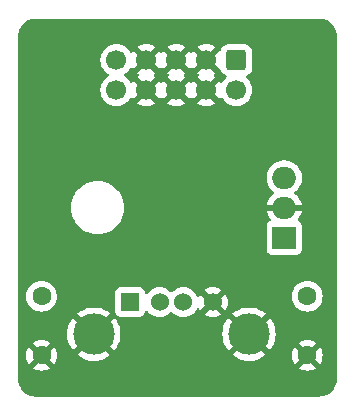
<source format=gbr>
%TF.GenerationSoftware,KiCad,Pcbnew,8.0.5*%
%TF.CreationDate,2024-12-20T11:39:28+13:00*%
%TF.ProjectId,eurorack_to_usb_7805,6575726f-7261-4636-9b5f-746f5f757362,rev?*%
%TF.SameCoordinates,Original*%
%TF.FileFunction,Copper,L2,Bot*%
%TF.FilePolarity,Positive*%
%FSLAX46Y46*%
G04 Gerber Fmt 4.6, Leading zero omitted, Abs format (unit mm)*
G04 Created by KiCad (PCBNEW 8.0.5) date 2024-12-20 11:39:28*
%MOMM*%
%LPD*%
G01*
G04 APERTURE LIST*
G04 Aperture macros list*
%AMRoundRect*
0 Rectangle with rounded corners*
0 $1 Rounding radius*
0 $2 $3 $4 $5 $6 $7 $8 $9 X,Y pos of 4 corners*
0 Add a 4 corners polygon primitive as box body*
4,1,4,$2,$3,$4,$5,$6,$7,$8,$9,$2,$3,0*
0 Add four circle primitives for the rounded corners*
1,1,$1+$1,$2,$3*
1,1,$1+$1,$4,$5*
1,1,$1+$1,$6,$7*
1,1,$1+$1,$8,$9*
0 Add four rect primitives between the rounded corners*
20,1,$1+$1,$2,$3,$4,$5,0*
20,1,$1+$1,$4,$5,$6,$7,0*
20,1,$1+$1,$6,$7,$8,$9,0*
20,1,$1+$1,$8,$9,$2,$3,0*%
G04 Aperture macros list end*
%TA.AperFunction,ComponentPad*%
%ADD10R,1.524000X1.524000*%
%TD*%
%TA.AperFunction,ComponentPad*%
%ADD11C,1.524000*%
%TD*%
%TA.AperFunction,ComponentPad*%
%ADD12C,3.500000*%
%TD*%
%TA.AperFunction,ComponentPad*%
%ADD13C,1.600000*%
%TD*%
%TA.AperFunction,ComponentPad*%
%ADD14RoundRect,0.250000X-0.600000X0.600000X-0.600000X-0.600000X0.600000X-0.600000X0.600000X0.600000X0*%
%TD*%
%TA.AperFunction,ComponentPad*%
%ADD15C,1.700000*%
%TD*%
%TA.AperFunction,ComponentPad*%
%ADD16R,2.000000X1.905000*%
%TD*%
%TA.AperFunction,ComponentPad*%
%ADD17O,2.000000X1.905000*%
%TD*%
G04 APERTURE END LIST*
D10*
%TO.P,J2,1,VBUS*%
%TO.N,Net-(J2-VBUS)*%
X145000000Y-100500000D03*
D11*
%TO.P,J2,2,D-*%
%TO.N,unconnected-(J2-D--Pad2)*%
X147500000Y-100500000D03*
%TO.P,J2,3,D+*%
%TO.N,unconnected-(J2-D+-Pad3)*%
X149500000Y-100500000D03*
%TO.P,J2,4,GND*%
%TO.N,GND*%
X152000000Y-100500000D03*
D12*
%TO.P,J2,5,Shield*%
X141930000Y-103210000D03*
X155070000Y-103210000D03*
%TD*%
D13*
%TO.P,C1,1*%
%TO.N,Net-(J1-Pin_9)*%
X160000000Y-100000000D03*
%TO.P,C1,2*%
%TO.N,GND*%
X160000000Y-105000000D03*
%TD*%
D14*
%TO.P,J1,1,Pin_1*%
%TO.N,unconnected-(J1-Pin_1-Pad1)*%
X154000000Y-80000000D03*
D15*
%TO.P,J1,2,Pin_2*%
%TO.N,unconnected-(J1-Pin_2-Pad2)*%
X154000000Y-82540000D03*
%TO.P,J1,3,Pin_3*%
%TO.N,GND*%
X151460000Y-80000000D03*
%TO.P,J1,4,Pin_4*%
X151460000Y-82540000D03*
%TO.P,J1,5,Pin_5*%
X148920000Y-80000000D03*
%TO.P,J1,6,Pin_6*%
X148920000Y-82540000D03*
%TO.P,J1,7,Pin_7*%
X146380000Y-80000000D03*
%TO.P,J1,8,Pin_8*%
X146380000Y-82540000D03*
%TO.P,J1,9,Pin_9*%
%TO.N,Net-(J1-Pin_9)*%
X143840000Y-80000000D03*
%TO.P,J1,10,Pin_10*%
%TO.N,unconnected-(J1-Pin_10-Pad10)*%
X143840000Y-82540000D03*
%TD*%
D16*
%TO.P,U1,1,VI*%
%TO.N,Net-(J1-Pin_9)*%
X158050000Y-95040000D03*
D17*
%TO.P,U1,2,GND*%
%TO.N,GND*%
X158050000Y-92500000D03*
%TO.P,U1,3,VO*%
%TO.N,Net-(J2-VBUS)*%
X158050000Y-89960000D03*
%TD*%
D13*
%TO.P,C2,1*%
%TO.N,Net-(J2-VBUS)*%
X137500000Y-100000000D03*
%TO.P,C2,2*%
%TO.N,GND*%
X137500000Y-105000000D03*
%TD*%
%TA.AperFunction,Conductor*%
%TO.N,GND*%
G36*
X145914075Y-80192993D02*
G01*
X145979901Y-80307007D01*
X146072993Y-80400099D01*
X146187007Y-80465925D01*
X146250590Y-80482962D01*
X145618625Y-81114925D01*
X145695031Y-81168425D01*
X145738655Y-81223002D01*
X145745848Y-81292501D01*
X145714326Y-81354855D01*
X145695029Y-81371576D01*
X145618625Y-81425072D01*
X146250590Y-82057037D01*
X146187007Y-82074075D01*
X146072993Y-82139901D01*
X145979901Y-82232993D01*
X145914075Y-82347007D01*
X145897037Y-82410590D01*
X145265073Y-81778626D01*
X145211881Y-81854594D01*
X145157304Y-81898219D01*
X145087806Y-81905413D01*
X145025451Y-81873891D01*
X145008730Y-81854594D01*
X144878494Y-81668597D01*
X144711402Y-81501506D01*
X144711396Y-81501501D01*
X144525842Y-81371575D01*
X144482217Y-81316998D01*
X144475023Y-81247500D01*
X144506546Y-81185145D01*
X144525842Y-81168425D01*
X144668325Y-81068657D01*
X144711401Y-81038495D01*
X144878495Y-80871401D01*
X145008732Y-80685403D01*
X145063307Y-80641780D01*
X145132805Y-80634586D01*
X145195160Y-80666109D01*
X145211880Y-80685405D01*
X145265073Y-80761373D01*
X145897037Y-80129409D01*
X145914075Y-80192993D01*
G37*
%TD.AperFunction*%
%TA.AperFunction,Conductor*%
G36*
X150994075Y-80192993D02*
G01*
X151059901Y-80307007D01*
X151152993Y-80400099D01*
X151267007Y-80465925D01*
X151330590Y-80482962D01*
X150698625Y-81114925D01*
X150775031Y-81168425D01*
X150818655Y-81223002D01*
X150825848Y-81292501D01*
X150794326Y-81354855D01*
X150775029Y-81371576D01*
X150698625Y-81425072D01*
X151330590Y-82057037D01*
X151267007Y-82074075D01*
X151152993Y-82139901D01*
X151059901Y-82232993D01*
X150994075Y-82347007D01*
X150977037Y-82410590D01*
X150345072Y-81778625D01*
X150345072Y-81778626D01*
X150291574Y-81855030D01*
X150236998Y-81898655D01*
X150167499Y-81905849D01*
X150105144Y-81874326D01*
X150088424Y-81855030D01*
X150034925Y-81778626D01*
X150034925Y-81778625D01*
X149402962Y-82410589D01*
X149385925Y-82347007D01*
X149320099Y-82232993D01*
X149227007Y-82139901D01*
X149112993Y-82074075D01*
X149049410Y-82057037D01*
X149681373Y-81425073D01*
X149604969Y-81371576D01*
X149561344Y-81316999D01*
X149554150Y-81247501D01*
X149585672Y-81185146D01*
X149604968Y-81168425D01*
X149681373Y-81114925D01*
X149049409Y-80482962D01*
X149112993Y-80465925D01*
X149227007Y-80400099D01*
X149320099Y-80307007D01*
X149385925Y-80192993D01*
X149402962Y-80129410D01*
X150034925Y-80761373D01*
X150088425Y-80684968D01*
X150143002Y-80641344D01*
X150212501Y-80634151D01*
X150274855Y-80665673D01*
X150291576Y-80684969D01*
X150345073Y-80761372D01*
X150977037Y-80129409D01*
X150994075Y-80192993D01*
G37*
%TD.AperFunction*%
%TA.AperFunction,Conductor*%
G36*
X148454075Y-80192993D02*
G01*
X148519901Y-80307007D01*
X148612993Y-80400099D01*
X148727007Y-80465925D01*
X148790590Y-80482962D01*
X148158625Y-81114925D01*
X148235031Y-81168425D01*
X148278655Y-81223002D01*
X148285848Y-81292501D01*
X148254326Y-81354855D01*
X148235029Y-81371576D01*
X148158625Y-81425072D01*
X148790590Y-82057037D01*
X148727007Y-82074075D01*
X148612993Y-82139901D01*
X148519901Y-82232993D01*
X148454075Y-82347007D01*
X148437037Y-82410589D01*
X147805073Y-81778625D01*
X147805072Y-81778626D01*
X147751574Y-81855030D01*
X147696998Y-81898655D01*
X147627499Y-81905849D01*
X147565144Y-81874326D01*
X147548424Y-81855030D01*
X147494925Y-81778626D01*
X147494925Y-81778625D01*
X146862962Y-82410589D01*
X146845925Y-82347007D01*
X146780099Y-82232993D01*
X146687007Y-82139901D01*
X146572993Y-82074075D01*
X146509410Y-82057037D01*
X147141373Y-81425073D01*
X147064969Y-81371576D01*
X147021344Y-81316999D01*
X147014150Y-81247501D01*
X147045672Y-81185146D01*
X147064968Y-81168425D01*
X147141373Y-81114925D01*
X146509409Y-80482962D01*
X146572993Y-80465925D01*
X146687007Y-80400099D01*
X146780099Y-80307007D01*
X146845925Y-80192993D01*
X146862962Y-80129410D01*
X147494925Y-80761373D01*
X147548425Y-80684968D01*
X147603002Y-80641344D01*
X147672501Y-80634151D01*
X147734855Y-80665673D01*
X147751576Y-80684969D01*
X147805073Y-80761372D01*
X148437037Y-80129409D01*
X148454075Y-80192993D01*
G37*
%TD.AperFunction*%
%TA.AperFunction,Conductor*%
G36*
X152579341Y-80765789D02*
G01*
X152631191Y-80776209D01*
X152681375Y-80824823D01*
X152691205Y-80846966D01*
X152715186Y-80919334D01*
X152807288Y-81068656D01*
X152931344Y-81192712D01*
X153080666Y-81284814D01*
X153089264Y-81287663D01*
X153146707Y-81327433D01*
X153173531Y-81391948D01*
X153161217Y-81460724D01*
X153132234Y-81497483D01*
X153132427Y-81497676D01*
X153130798Y-81499304D01*
X153129975Y-81500349D01*
X153128599Y-81501503D01*
X152961505Y-81668597D01*
X152831269Y-81854595D01*
X152776692Y-81898220D01*
X152707194Y-81905414D01*
X152644839Y-81873891D01*
X152628119Y-81854595D01*
X152574925Y-81778626D01*
X152574925Y-81778625D01*
X151942962Y-82410589D01*
X151925925Y-82347007D01*
X151860099Y-82232993D01*
X151767007Y-82139901D01*
X151652993Y-82074075D01*
X151589410Y-82057037D01*
X152221373Y-81425073D01*
X152144969Y-81371576D01*
X152101344Y-81316999D01*
X152094150Y-81247501D01*
X152125672Y-81185146D01*
X152144968Y-81168425D01*
X152221373Y-81114925D01*
X151589409Y-80482962D01*
X151652993Y-80465925D01*
X151767007Y-80400099D01*
X151860099Y-80307007D01*
X151925925Y-80192993D01*
X151942962Y-80129410D01*
X152579341Y-80765789D01*
G37*
%TD.AperFunction*%
%TA.AperFunction,Conductor*%
G36*
X161004418Y-76500816D02*
G01*
X161204561Y-76515130D01*
X161222063Y-76517647D01*
X161413797Y-76559355D01*
X161430755Y-76564334D01*
X161614609Y-76632909D01*
X161630701Y-76640259D01*
X161802904Y-76734288D01*
X161817784Y-76743849D01*
X161974867Y-76861441D01*
X161988237Y-76873027D01*
X162126972Y-77011762D01*
X162138558Y-77025132D01*
X162256146Y-77182210D01*
X162265711Y-77197095D01*
X162359740Y-77369298D01*
X162367090Y-77385390D01*
X162435662Y-77569236D01*
X162440646Y-77586212D01*
X162482351Y-77777931D01*
X162484869Y-77795442D01*
X162499184Y-77995580D01*
X162499500Y-78004427D01*
X162499500Y-106995572D01*
X162499184Y-107004419D01*
X162484869Y-107204557D01*
X162482351Y-107222068D01*
X162440646Y-107413787D01*
X162435662Y-107430763D01*
X162367090Y-107614609D01*
X162359740Y-107630701D01*
X162265711Y-107802904D01*
X162256146Y-107817789D01*
X162138558Y-107974867D01*
X162126972Y-107988237D01*
X161988237Y-108126972D01*
X161974867Y-108138558D01*
X161817789Y-108256146D01*
X161802904Y-108265711D01*
X161630701Y-108359740D01*
X161614609Y-108367090D01*
X161430763Y-108435662D01*
X161413787Y-108440646D01*
X161222068Y-108482351D01*
X161204557Y-108484869D01*
X161023779Y-108497799D01*
X161004417Y-108499184D01*
X160995572Y-108499500D01*
X137004428Y-108499500D01*
X136995582Y-108499184D01*
X136973622Y-108497613D01*
X136795442Y-108484869D01*
X136777931Y-108482351D01*
X136586212Y-108440646D01*
X136569236Y-108435662D01*
X136385390Y-108367090D01*
X136369298Y-108359740D01*
X136197095Y-108265711D01*
X136182210Y-108256146D01*
X136025132Y-108138558D01*
X136011762Y-108126972D01*
X135873027Y-107988237D01*
X135861441Y-107974867D01*
X135743849Y-107817784D01*
X135734288Y-107802904D01*
X135640259Y-107630701D01*
X135632909Y-107614609D01*
X135572091Y-107451551D01*
X135564334Y-107430755D01*
X135559355Y-107413797D01*
X135517647Y-107222063D01*
X135515130Y-107204556D01*
X135500816Y-107004418D01*
X135500500Y-106995572D01*
X135500500Y-104999997D01*
X136195034Y-104999997D01*
X136195034Y-105000002D01*
X136214858Y-105226599D01*
X136214860Y-105226610D01*
X136273730Y-105446317D01*
X136273735Y-105446330D01*
X136369863Y-105652478D01*
X136420974Y-105725472D01*
X137100000Y-105046446D01*
X137100000Y-105052661D01*
X137127259Y-105154394D01*
X137179920Y-105245606D01*
X137254394Y-105320080D01*
X137345606Y-105372741D01*
X137447339Y-105400000D01*
X137453553Y-105400000D01*
X136774526Y-106079025D01*
X136847513Y-106130132D01*
X136847521Y-106130136D01*
X137053668Y-106226264D01*
X137053682Y-106226269D01*
X137273389Y-106285139D01*
X137273400Y-106285141D01*
X137499998Y-106304966D01*
X137500002Y-106304966D01*
X137726599Y-106285141D01*
X137726610Y-106285139D01*
X137946317Y-106226269D01*
X137946331Y-106226264D01*
X138152478Y-106130136D01*
X138225471Y-106079024D01*
X137546447Y-105400000D01*
X137552661Y-105400000D01*
X137654394Y-105372741D01*
X137745606Y-105320080D01*
X137820080Y-105245606D01*
X137872741Y-105154394D01*
X137900000Y-105052661D01*
X137900000Y-105046447D01*
X138579024Y-105725471D01*
X138630136Y-105652478D01*
X138726265Y-105446330D01*
X138726269Y-105446317D01*
X138785139Y-105226610D01*
X138785141Y-105226599D01*
X138804966Y-105000002D01*
X138804966Y-104999997D01*
X138785141Y-104773400D01*
X138785139Y-104773389D01*
X138726269Y-104553682D01*
X138726264Y-104553668D01*
X138630136Y-104347521D01*
X138630132Y-104347513D01*
X138579025Y-104274526D01*
X137900000Y-104953551D01*
X137900000Y-104947339D01*
X137872741Y-104845606D01*
X137820080Y-104754394D01*
X137745606Y-104679920D01*
X137654394Y-104627259D01*
X137552661Y-104600000D01*
X137546448Y-104600000D01*
X138225472Y-103920974D01*
X138152478Y-103869863D01*
X137946331Y-103773735D01*
X137946317Y-103773730D01*
X137726610Y-103714860D01*
X137726599Y-103714858D01*
X137500002Y-103695034D01*
X137499998Y-103695034D01*
X137273400Y-103714858D01*
X137273389Y-103714860D01*
X137053682Y-103773730D01*
X137053673Y-103773734D01*
X136847516Y-103869866D01*
X136847512Y-103869868D01*
X136774526Y-103920973D01*
X136774526Y-103920974D01*
X137453553Y-104600000D01*
X137447339Y-104600000D01*
X137345606Y-104627259D01*
X137254394Y-104679920D01*
X137179920Y-104754394D01*
X137127259Y-104845606D01*
X137100000Y-104947339D01*
X137100000Y-104953552D01*
X136420974Y-104274526D01*
X136420973Y-104274526D01*
X136369868Y-104347512D01*
X136369866Y-104347516D01*
X136273734Y-104553673D01*
X136273730Y-104553682D01*
X136214860Y-104773389D01*
X136214858Y-104773400D01*
X136195034Y-104999997D01*
X135500500Y-104999997D01*
X135500500Y-103210000D01*
X139675172Y-103210000D01*
X139694462Y-103504312D01*
X139694464Y-103504324D01*
X139752001Y-103793584D01*
X139752005Y-103793599D01*
X139846812Y-104072888D01*
X139977258Y-104337406D01*
X139977265Y-104337419D01*
X140141123Y-104582649D01*
X140170405Y-104616040D01*
X140957912Y-103828532D01*
X141052829Y-103959175D01*
X141180825Y-104087171D01*
X141311465Y-104182086D01*
X140523958Y-104969593D01*
X140557350Y-104998876D01*
X140802580Y-105162734D01*
X140802593Y-105162741D01*
X141067111Y-105293187D01*
X141346400Y-105387994D01*
X141346415Y-105387998D01*
X141635675Y-105445535D01*
X141635687Y-105445537D01*
X141930000Y-105464827D01*
X142224312Y-105445537D01*
X142224324Y-105445535D01*
X142513584Y-105387998D01*
X142513599Y-105387994D01*
X142792888Y-105293187D01*
X143057406Y-105162741D01*
X143057419Y-105162734D01*
X143302648Y-104998877D01*
X143336039Y-104969593D01*
X142548533Y-104182086D01*
X142679175Y-104087171D01*
X142807171Y-103959175D01*
X142902086Y-103828533D01*
X143689593Y-104616039D01*
X143718877Y-104582648D01*
X143882734Y-104337419D01*
X143882741Y-104337406D01*
X144013187Y-104072888D01*
X144107994Y-103793599D01*
X144107998Y-103793584D01*
X144165535Y-103504324D01*
X144165537Y-103504312D01*
X144184827Y-103210000D01*
X152815172Y-103210000D01*
X152834462Y-103504312D01*
X152834464Y-103504324D01*
X152892001Y-103793584D01*
X152892005Y-103793599D01*
X152986812Y-104072888D01*
X153117258Y-104337406D01*
X153117265Y-104337419D01*
X153281123Y-104582649D01*
X153310405Y-104616040D01*
X154097912Y-103828532D01*
X154192829Y-103959175D01*
X154320825Y-104087171D01*
X154451465Y-104182086D01*
X153663958Y-104969593D01*
X153697350Y-104998876D01*
X153942580Y-105162734D01*
X153942593Y-105162741D01*
X154207111Y-105293187D01*
X154486400Y-105387994D01*
X154486415Y-105387998D01*
X154775675Y-105445535D01*
X154775687Y-105445537D01*
X155070000Y-105464827D01*
X155364312Y-105445537D01*
X155364324Y-105445535D01*
X155653584Y-105387998D01*
X155653599Y-105387994D01*
X155932888Y-105293187D01*
X156197406Y-105162741D01*
X156197419Y-105162734D01*
X156440972Y-104999997D01*
X158695034Y-104999997D01*
X158695034Y-105000002D01*
X158714858Y-105226599D01*
X158714860Y-105226610D01*
X158773730Y-105446317D01*
X158773735Y-105446330D01*
X158869863Y-105652478D01*
X158920974Y-105725472D01*
X159600000Y-105046446D01*
X159600000Y-105052661D01*
X159627259Y-105154394D01*
X159679920Y-105245606D01*
X159754394Y-105320080D01*
X159845606Y-105372741D01*
X159947339Y-105400000D01*
X159953553Y-105400000D01*
X159274526Y-106079025D01*
X159347513Y-106130132D01*
X159347521Y-106130136D01*
X159553668Y-106226264D01*
X159553682Y-106226269D01*
X159773389Y-106285139D01*
X159773400Y-106285141D01*
X159999998Y-106304966D01*
X160000002Y-106304966D01*
X160226599Y-106285141D01*
X160226610Y-106285139D01*
X160446317Y-106226269D01*
X160446331Y-106226264D01*
X160652478Y-106130136D01*
X160725471Y-106079024D01*
X160046447Y-105400000D01*
X160052661Y-105400000D01*
X160154394Y-105372741D01*
X160245606Y-105320080D01*
X160320080Y-105245606D01*
X160372741Y-105154394D01*
X160400000Y-105052661D01*
X160400000Y-105046447D01*
X161079024Y-105725471D01*
X161130136Y-105652478D01*
X161226265Y-105446330D01*
X161226269Y-105446317D01*
X161285139Y-105226610D01*
X161285141Y-105226599D01*
X161304966Y-105000002D01*
X161304966Y-104999997D01*
X161285141Y-104773400D01*
X161285139Y-104773389D01*
X161226269Y-104553682D01*
X161226264Y-104553668D01*
X161130136Y-104347521D01*
X161130132Y-104347513D01*
X161079025Y-104274526D01*
X160400000Y-104953551D01*
X160400000Y-104947339D01*
X160372741Y-104845606D01*
X160320080Y-104754394D01*
X160245606Y-104679920D01*
X160154394Y-104627259D01*
X160052661Y-104600000D01*
X160046448Y-104600000D01*
X160725472Y-103920974D01*
X160652478Y-103869863D01*
X160446331Y-103773735D01*
X160446317Y-103773730D01*
X160226610Y-103714860D01*
X160226599Y-103714858D01*
X160000002Y-103695034D01*
X159999998Y-103695034D01*
X159773400Y-103714858D01*
X159773389Y-103714860D01*
X159553682Y-103773730D01*
X159553673Y-103773734D01*
X159347516Y-103869866D01*
X159347512Y-103869868D01*
X159274526Y-103920973D01*
X159274526Y-103920974D01*
X159953553Y-104600000D01*
X159947339Y-104600000D01*
X159845606Y-104627259D01*
X159754394Y-104679920D01*
X159679920Y-104754394D01*
X159627259Y-104845606D01*
X159600000Y-104947339D01*
X159600000Y-104953552D01*
X158920974Y-104274526D01*
X158920973Y-104274526D01*
X158869868Y-104347512D01*
X158869866Y-104347516D01*
X158773734Y-104553673D01*
X158773730Y-104553682D01*
X158714860Y-104773389D01*
X158714858Y-104773400D01*
X158695034Y-104999997D01*
X156440972Y-104999997D01*
X156442648Y-104998877D01*
X156476039Y-104969593D01*
X155688533Y-104182086D01*
X155819175Y-104087171D01*
X155947171Y-103959175D01*
X156042086Y-103828533D01*
X156829593Y-104616039D01*
X156858877Y-104582648D01*
X157022734Y-104337419D01*
X157022741Y-104337406D01*
X157153187Y-104072888D01*
X157247994Y-103793599D01*
X157247998Y-103793584D01*
X157305535Y-103504324D01*
X157305537Y-103504312D01*
X157324827Y-103210000D01*
X157305537Y-102915687D01*
X157305535Y-102915675D01*
X157247998Y-102626415D01*
X157247994Y-102626400D01*
X157153187Y-102347111D01*
X157022741Y-102082593D01*
X157022734Y-102082580D01*
X156858876Y-101837350D01*
X156829593Y-101803958D01*
X156042086Y-102591465D01*
X155947171Y-102460825D01*
X155819175Y-102332829D01*
X155688533Y-102237912D01*
X156476040Y-101450405D01*
X156442649Y-101421123D01*
X156197419Y-101257265D01*
X156197406Y-101257258D01*
X155932888Y-101126812D01*
X155653599Y-101032005D01*
X155653584Y-101032001D01*
X155364324Y-100974464D01*
X155364312Y-100974462D01*
X155070000Y-100955172D01*
X154775687Y-100974462D01*
X154775675Y-100974464D01*
X154486415Y-101032001D01*
X154486400Y-101032005D01*
X154207111Y-101126812D01*
X153942593Y-101257258D01*
X153942580Y-101257265D01*
X153697346Y-101421126D01*
X153697339Y-101421131D01*
X153663959Y-101450403D01*
X153663959Y-101450405D01*
X154451466Y-102237912D01*
X154320825Y-102332829D01*
X154192829Y-102460825D01*
X154097912Y-102591466D01*
X153310405Y-101803959D01*
X153310403Y-101803959D01*
X153281131Y-101837339D01*
X153281126Y-101837346D01*
X153117265Y-102082580D01*
X153117258Y-102082593D01*
X152986812Y-102347111D01*
X152892005Y-102626400D01*
X152892001Y-102626415D01*
X152834464Y-102915675D01*
X152834462Y-102915687D01*
X152815172Y-103210000D01*
X144184827Y-103210000D01*
X144165537Y-102915687D01*
X144165535Y-102915675D01*
X144107998Y-102626415D01*
X144107994Y-102626400D01*
X144013187Y-102347111D01*
X143882741Y-102082593D01*
X143882734Y-102082580D01*
X143718876Y-101837350D01*
X143689593Y-101803958D01*
X142902086Y-102591465D01*
X142807171Y-102460825D01*
X142679175Y-102332829D01*
X142548533Y-102237912D01*
X143336040Y-101450405D01*
X143302649Y-101421123D01*
X143057419Y-101257265D01*
X143057406Y-101257258D01*
X142792888Y-101126812D01*
X142513599Y-101032005D01*
X142513584Y-101032001D01*
X142224324Y-100974464D01*
X142224312Y-100974462D01*
X141930000Y-100955172D01*
X141635687Y-100974462D01*
X141635675Y-100974464D01*
X141346415Y-101032001D01*
X141346400Y-101032005D01*
X141067111Y-101126812D01*
X140802593Y-101257258D01*
X140802580Y-101257265D01*
X140557346Y-101421126D01*
X140557339Y-101421131D01*
X140523959Y-101450403D01*
X140523959Y-101450405D01*
X141311466Y-102237912D01*
X141180825Y-102332829D01*
X141052829Y-102460825D01*
X140957913Y-102591466D01*
X140170405Y-101803959D01*
X140170403Y-101803959D01*
X140141131Y-101837339D01*
X140141126Y-101837346D01*
X139977265Y-102082580D01*
X139977258Y-102082593D01*
X139846812Y-102347111D01*
X139752005Y-102626400D01*
X139752001Y-102626415D01*
X139694464Y-102915675D01*
X139694462Y-102915687D01*
X139675172Y-103210000D01*
X135500500Y-103210000D01*
X135500500Y-99999998D01*
X136194532Y-99999998D01*
X136194532Y-100000001D01*
X136214364Y-100226686D01*
X136214366Y-100226697D01*
X136273258Y-100446488D01*
X136273261Y-100446497D01*
X136369431Y-100652732D01*
X136369432Y-100652734D01*
X136499954Y-100839141D01*
X136660858Y-101000045D01*
X136660861Y-101000047D01*
X136847266Y-101130568D01*
X137053504Y-101226739D01*
X137273308Y-101285635D01*
X137435230Y-101299801D01*
X137499998Y-101305468D01*
X137500000Y-101305468D01*
X137500002Y-101305468D01*
X137556673Y-101300509D01*
X137726692Y-101285635D01*
X137946496Y-101226739D01*
X138152734Y-101130568D01*
X138339139Y-101000047D01*
X138500047Y-100839139D01*
X138630568Y-100652734D01*
X138726739Y-100446496D01*
X138785635Y-100226692D01*
X138805468Y-100000000D01*
X138801346Y-99952891D01*
X138793774Y-99866338D01*
X138785635Y-99773308D01*
X138763349Y-99690135D01*
X143737500Y-99690135D01*
X143737500Y-101309870D01*
X143737501Y-101309876D01*
X143743908Y-101369483D01*
X143794202Y-101504328D01*
X143794206Y-101504335D01*
X143880452Y-101619544D01*
X143880455Y-101619547D01*
X143995664Y-101705793D01*
X143995671Y-101705797D01*
X144130517Y-101756091D01*
X144130516Y-101756091D01*
X144137444Y-101756835D01*
X144190127Y-101762500D01*
X145809872Y-101762499D01*
X145869483Y-101756091D01*
X146004331Y-101705796D01*
X146119546Y-101619546D01*
X146205796Y-101504331D01*
X146256091Y-101369483D01*
X146262229Y-101312386D01*
X146288966Y-101247839D01*
X146346358Y-101207991D01*
X146416183Y-101205497D01*
X146476272Y-101241149D01*
X146487093Y-101254522D01*
X146529170Y-101314615D01*
X146529175Y-101314621D01*
X146685378Y-101470824D01*
X146685384Y-101470829D01*
X146866333Y-101597531D01*
X146866335Y-101597532D01*
X146866338Y-101597534D01*
X147066550Y-101690894D01*
X147279932Y-101748070D01*
X147437123Y-101761822D01*
X147499998Y-101767323D01*
X147500000Y-101767323D01*
X147500002Y-101767323D01*
X147555151Y-101762498D01*
X147720068Y-101748070D01*
X147933450Y-101690894D01*
X148133662Y-101597534D01*
X148314620Y-101470826D01*
X148412319Y-101373127D01*
X148473642Y-101339642D01*
X148543334Y-101344626D01*
X148587681Y-101373127D01*
X148685378Y-101470824D01*
X148685384Y-101470829D01*
X148866333Y-101597531D01*
X148866335Y-101597532D01*
X148866338Y-101597534D01*
X149066550Y-101690894D01*
X149279932Y-101748070D01*
X149437123Y-101761822D01*
X149499998Y-101767323D01*
X149500000Y-101767323D01*
X149500002Y-101767323D01*
X149555151Y-101762498D01*
X149720068Y-101748070D01*
X149933450Y-101690894D01*
X150133662Y-101597534D01*
X150314620Y-101470826D01*
X150470826Y-101314620D01*
X150597534Y-101133662D01*
X150637894Y-101047108D01*
X150684066Y-100994669D01*
X150751259Y-100975517D01*
X150818140Y-100995732D01*
X150862658Y-101047109D01*
X150902898Y-101133405D01*
X150902901Y-101133411D01*
X150948258Y-101198187D01*
X150948259Y-101198188D01*
X151549697Y-100596749D01*
X151571349Y-100677553D01*
X151631909Y-100782446D01*
X151717554Y-100868091D01*
X151822447Y-100928651D01*
X151903249Y-100950302D01*
X151301810Y-101551740D01*
X151366590Y-101597099D01*
X151366592Y-101597100D01*
X151566715Y-101690419D01*
X151566729Y-101690424D01*
X151780013Y-101747573D01*
X151780023Y-101747575D01*
X151999999Y-101766821D01*
X152000001Y-101766821D01*
X152219976Y-101747575D01*
X152219986Y-101747573D01*
X152433270Y-101690424D01*
X152433284Y-101690419D01*
X152633407Y-101597100D01*
X152633417Y-101597094D01*
X152698188Y-101551741D01*
X152096750Y-100950302D01*
X152177553Y-100928651D01*
X152282446Y-100868091D01*
X152368091Y-100782446D01*
X152428651Y-100677553D01*
X152450302Y-100596749D01*
X153051741Y-101198188D01*
X153097094Y-101133417D01*
X153097100Y-101133407D01*
X153190419Y-100933284D01*
X153190424Y-100933270D01*
X153247573Y-100719986D01*
X153247575Y-100719976D01*
X153266821Y-100500000D01*
X153266821Y-100499999D01*
X153247575Y-100280023D01*
X153247573Y-100280013D01*
X153190424Y-100066729D01*
X153190420Y-100066720D01*
X153159307Y-99999998D01*
X158694532Y-99999998D01*
X158694532Y-100000001D01*
X158714364Y-100226686D01*
X158714366Y-100226697D01*
X158773258Y-100446488D01*
X158773261Y-100446497D01*
X158869431Y-100652732D01*
X158869432Y-100652734D01*
X158999954Y-100839141D01*
X159160858Y-101000045D01*
X159160861Y-101000047D01*
X159347266Y-101130568D01*
X159553504Y-101226739D01*
X159773308Y-101285635D01*
X159935230Y-101299801D01*
X159999998Y-101305468D01*
X160000000Y-101305468D01*
X160000002Y-101305468D01*
X160056673Y-101300509D01*
X160226692Y-101285635D01*
X160446496Y-101226739D01*
X160652734Y-101130568D01*
X160839139Y-101000047D01*
X161000047Y-100839139D01*
X161130568Y-100652734D01*
X161226739Y-100446496D01*
X161285635Y-100226692D01*
X161305468Y-100000000D01*
X161301346Y-99952891D01*
X161293774Y-99866338D01*
X161285635Y-99773308D01*
X161226739Y-99553504D01*
X161130568Y-99347266D01*
X161000047Y-99160861D01*
X161000045Y-99160858D01*
X160839141Y-98999954D01*
X160652734Y-98869432D01*
X160652732Y-98869431D01*
X160446497Y-98773261D01*
X160446488Y-98773258D01*
X160226697Y-98714366D01*
X160226693Y-98714365D01*
X160226692Y-98714365D01*
X160226691Y-98714364D01*
X160226686Y-98714364D01*
X160000002Y-98694532D01*
X159999998Y-98694532D01*
X159773313Y-98714364D01*
X159773302Y-98714366D01*
X159553511Y-98773258D01*
X159553502Y-98773261D01*
X159347267Y-98869431D01*
X159347265Y-98869432D01*
X159160858Y-98999954D01*
X158999954Y-99160858D01*
X158869432Y-99347265D01*
X158869431Y-99347267D01*
X158773261Y-99553502D01*
X158773258Y-99553511D01*
X158714366Y-99773302D01*
X158714364Y-99773313D01*
X158694532Y-99999998D01*
X153159307Y-99999998D01*
X153097096Y-99866586D01*
X153051741Y-99801811D01*
X153051740Y-99801810D01*
X152450302Y-100403249D01*
X152428651Y-100322447D01*
X152368091Y-100217554D01*
X152282446Y-100131909D01*
X152177553Y-100071349D01*
X152096750Y-100049697D01*
X152698188Y-99448259D01*
X152698187Y-99448258D01*
X152633411Y-99402901D01*
X152633405Y-99402898D01*
X152433284Y-99309580D01*
X152433270Y-99309575D01*
X152219986Y-99252426D01*
X152219976Y-99252424D01*
X152000001Y-99233179D01*
X151999999Y-99233179D01*
X151780023Y-99252424D01*
X151780013Y-99252426D01*
X151566729Y-99309575D01*
X151566720Y-99309579D01*
X151366590Y-99402901D01*
X151301811Y-99448258D01*
X151903250Y-100049697D01*
X151822447Y-100071349D01*
X151717554Y-100131909D01*
X151631909Y-100217554D01*
X151571349Y-100322447D01*
X151549697Y-100403250D01*
X150948258Y-99801811D01*
X150902901Y-99866590D01*
X150862658Y-99952891D01*
X150816485Y-100005330D01*
X150749292Y-100024482D01*
X150682411Y-100004266D01*
X150637894Y-99952891D01*
X150597534Y-99866340D01*
X150597533Y-99866338D01*
X150470827Y-99685381D01*
X150412318Y-99626872D01*
X150314620Y-99529174D01*
X150314616Y-99529171D01*
X150314615Y-99529170D01*
X150133666Y-99402468D01*
X150133662Y-99402466D01*
X150086457Y-99380454D01*
X149933450Y-99309106D01*
X149933447Y-99309105D01*
X149933445Y-99309104D01*
X149720070Y-99251930D01*
X149720062Y-99251929D01*
X149500002Y-99232677D01*
X149499998Y-99232677D01*
X149279937Y-99251929D01*
X149279929Y-99251930D01*
X149066554Y-99309104D01*
X149066548Y-99309107D01*
X148866340Y-99402465D01*
X148866338Y-99402466D01*
X148685381Y-99529172D01*
X148587680Y-99626873D01*
X148526356Y-99660357D01*
X148456665Y-99655373D01*
X148412318Y-99626872D01*
X148314621Y-99529175D01*
X148314615Y-99529170D01*
X148133666Y-99402468D01*
X148133662Y-99402466D01*
X148086457Y-99380454D01*
X147933450Y-99309106D01*
X147933447Y-99309105D01*
X147933445Y-99309104D01*
X147720070Y-99251930D01*
X147720062Y-99251929D01*
X147500002Y-99232677D01*
X147499998Y-99232677D01*
X147279937Y-99251929D01*
X147279929Y-99251930D01*
X147066554Y-99309104D01*
X147066548Y-99309107D01*
X146866340Y-99402465D01*
X146866338Y-99402466D01*
X146685377Y-99529175D01*
X146529177Y-99685375D01*
X146487093Y-99745478D01*
X146432516Y-99789102D01*
X146363017Y-99796295D01*
X146300663Y-99764773D01*
X146265249Y-99704543D01*
X146262228Y-99687607D01*
X146256091Y-99630516D01*
X146205797Y-99495671D01*
X146205793Y-99495664D01*
X146119547Y-99380455D01*
X146119544Y-99380452D01*
X146004335Y-99294206D01*
X146004328Y-99294202D01*
X145869482Y-99243908D01*
X145869483Y-99243908D01*
X145809883Y-99237501D01*
X145809881Y-99237500D01*
X145809873Y-99237500D01*
X145809864Y-99237500D01*
X144190129Y-99237500D01*
X144190123Y-99237501D01*
X144130516Y-99243908D01*
X143995671Y-99294202D01*
X143995664Y-99294206D01*
X143880455Y-99380452D01*
X143880452Y-99380455D01*
X143794206Y-99495664D01*
X143794202Y-99495671D01*
X143743908Y-99630517D01*
X143737501Y-99690116D01*
X143737500Y-99690135D01*
X138763349Y-99690135D01*
X138726739Y-99553504D01*
X138630568Y-99347266D01*
X138500047Y-99160861D01*
X138500045Y-99160858D01*
X138339141Y-98999954D01*
X138152734Y-98869432D01*
X138152732Y-98869431D01*
X137946497Y-98773261D01*
X137946488Y-98773258D01*
X137726697Y-98714366D01*
X137726693Y-98714365D01*
X137726692Y-98714365D01*
X137726691Y-98714364D01*
X137726686Y-98714364D01*
X137500002Y-98694532D01*
X137499998Y-98694532D01*
X137273313Y-98714364D01*
X137273302Y-98714366D01*
X137053511Y-98773258D01*
X137053502Y-98773261D01*
X136847267Y-98869431D01*
X136847265Y-98869432D01*
X136660858Y-98999954D01*
X136499954Y-99160858D01*
X136369432Y-99347265D01*
X136369431Y-99347267D01*
X136273261Y-99553502D01*
X136273258Y-99553511D01*
X136214366Y-99773302D01*
X136214364Y-99773313D01*
X136194532Y-99999998D01*
X135500500Y-99999998D01*
X135500500Y-92499992D01*
X139994671Y-92499992D01*
X139994671Y-92500007D01*
X140013964Y-92794363D01*
X140013965Y-92794373D01*
X140013966Y-92794380D01*
X140013968Y-92794390D01*
X140071518Y-93083716D01*
X140071521Y-93083730D01*
X140166349Y-93363080D01*
X140296825Y-93627660D01*
X140296829Y-93627667D01*
X140460725Y-93872955D01*
X140655241Y-94094758D01*
X140877043Y-94289273D01*
X141122335Y-94453172D01*
X141386923Y-94583652D01*
X141666278Y-94678481D01*
X141955620Y-94736034D01*
X141983888Y-94737886D01*
X142249993Y-94755329D01*
X142250000Y-94755329D01*
X142250007Y-94755329D01*
X142485675Y-94739881D01*
X142544380Y-94736034D01*
X142833722Y-94678481D01*
X143113077Y-94583652D01*
X143377665Y-94453172D01*
X143622957Y-94289273D01*
X143844758Y-94094758D01*
X144039273Y-93872957D01*
X144203172Y-93627665D01*
X144333652Y-93363077D01*
X144428481Y-93083722D01*
X144486034Y-92794380D01*
X144505329Y-92500000D01*
X144505329Y-92499992D01*
X144486035Y-92205636D01*
X144486034Y-92205620D01*
X144428481Y-91916278D01*
X144333652Y-91636923D01*
X144203172Y-91372336D01*
X144175302Y-91330626D01*
X144124727Y-91254935D01*
X144039273Y-91127043D01*
X143987742Y-91068283D01*
X143844758Y-90905241D01*
X143622955Y-90710725D01*
X143377667Y-90546829D01*
X143377660Y-90546825D01*
X143113080Y-90416349D01*
X142833730Y-90321521D01*
X142833724Y-90321519D01*
X142833722Y-90321519D01*
X142544380Y-90263966D01*
X142544373Y-90263965D01*
X142544363Y-90263964D01*
X142250007Y-90244671D01*
X142249993Y-90244671D01*
X141955636Y-90263964D01*
X141955624Y-90263965D01*
X141955620Y-90263966D01*
X141955612Y-90263967D01*
X141955609Y-90263968D01*
X141666283Y-90321518D01*
X141666269Y-90321521D01*
X141386919Y-90416349D01*
X141122334Y-90546828D01*
X140877041Y-90710728D01*
X140655241Y-90905241D01*
X140460728Y-91127041D01*
X140296828Y-91372334D01*
X140166349Y-91636919D01*
X140071521Y-91916269D01*
X140071518Y-91916283D01*
X140013968Y-92205609D01*
X140013964Y-92205636D01*
X139994671Y-92499992D01*
X135500500Y-92499992D01*
X135500500Y-89845646D01*
X156549500Y-89845646D01*
X156549500Y-90074353D01*
X156585278Y-90300246D01*
X156585278Y-90300249D01*
X156655950Y-90517755D01*
X156754275Y-90710727D01*
X156759783Y-90721538D01*
X156894214Y-90906566D01*
X157055934Y-91068286D01*
X157140864Y-91129991D01*
X157183529Y-91185321D01*
X157189508Y-91254935D01*
X157156902Y-91316730D01*
X157140864Y-91330627D01*
X157056257Y-91392097D01*
X156894597Y-91553757D01*
X156760211Y-91738723D01*
X156656417Y-91942429D01*
X156585765Y-92159871D01*
X156571491Y-92250000D01*
X157501518Y-92250000D01*
X157490889Y-92268409D01*
X157450000Y-92421009D01*
X157450000Y-92578991D01*
X157490889Y-92731591D01*
X157501518Y-92750000D01*
X156571491Y-92750000D01*
X156585765Y-92840128D01*
X156656417Y-93057570D01*
X156760213Y-93261279D01*
X156893011Y-93444060D01*
X156916491Y-93509866D01*
X156900666Y-93577920D01*
X156850560Y-93626615D01*
X156836026Y-93633127D01*
X156807671Y-93643702D01*
X156807664Y-93643706D01*
X156692455Y-93729952D01*
X156692452Y-93729955D01*
X156606206Y-93845164D01*
X156606202Y-93845171D01*
X156555908Y-93980017D01*
X156549501Y-94039616D01*
X156549501Y-94039623D01*
X156549500Y-94039635D01*
X156549500Y-96040370D01*
X156549501Y-96040376D01*
X156555908Y-96099983D01*
X156606202Y-96234828D01*
X156606206Y-96234835D01*
X156692452Y-96350044D01*
X156692455Y-96350047D01*
X156807664Y-96436293D01*
X156807671Y-96436297D01*
X156942517Y-96486591D01*
X156942516Y-96486591D01*
X156949444Y-96487335D01*
X157002127Y-96493000D01*
X159097872Y-96492999D01*
X159157483Y-96486591D01*
X159292331Y-96436296D01*
X159407546Y-96350046D01*
X159493796Y-96234831D01*
X159544091Y-96099983D01*
X159550500Y-96040373D01*
X159550499Y-94039628D01*
X159544091Y-93980017D01*
X159504160Y-93872957D01*
X159493797Y-93845171D01*
X159493793Y-93845164D01*
X159407547Y-93729955D01*
X159407544Y-93729952D01*
X159292335Y-93643706D01*
X159292326Y-93643701D01*
X159263974Y-93633127D01*
X159208040Y-93591257D01*
X159183622Y-93525792D01*
X159198473Y-93457519D01*
X159206988Y-93444059D01*
X159339788Y-93261276D01*
X159443582Y-93057570D01*
X159514234Y-92840128D01*
X159528509Y-92750000D01*
X158598482Y-92750000D01*
X158609111Y-92731591D01*
X158650000Y-92578991D01*
X158650000Y-92421009D01*
X158609111Y-92268409D01*
X158598482Y-92250000D01*
X159528509Y-92250000D01*
X159514234Y-92159871D01*
X159443582Y-91942429D01*
X159339788Y-91738723D01*
X159205402Y-91553757D01*
X159043742Y-91392097D01*
X158959135Y-91330626D01*
X158916470Y-91275296D01*
X158910491Y-91205682D01*
X158943097Y-91143887D01*
X158959125Y-91129999D01*
X159044066Y-91068286D01*
X159205786Y-90906566D01*
X159340217Y-90721538D01*
X159444048Y-90517758D01*
X159514722Y-90300245D01*
X159550500Y-90074354D01*
X159550500Y-89845646D01*
X159514722Y-89619755D01*
X159514721Y-89619751D01*
X159514721Y-89619750D01*
X159444049Y-89402244D01*
X159340216Y-89198461D01*
X159205786Y-89013434D01*
X159044066Y-88851714D01*
X158859038Y-88717283D01*
X158655255Y-88613450D01*
X158437748Y-88542778D01*
X158268326Y-88515944D01*
X158211854Y-88507000D01*
X157888146Y-88507000D01*
X157812849Y-88518926D01*
X157662253Y-88542778D01*
X157662250Y-88542778D01*
X157444744Y-88613450D01*
X157240961Y-88717283D01*
X157135396Y-88793980D01*
X157055934Y-88851714D01*
X157055932Y-88851716D01*
X157055931Y-88851716D01*
X156894216Y-89013431D01*
X156894216Y-89013432D01*
X156894214Y-89013434D01*
X156836480Y-89092896D01*
X156759783Y-89198461D01*
X156655950Y-89402244D01*
X156585278Y-89619750D01*
X156585278Y-89619753D01*
X156549500Y-89845646D01*
X135500500Y-89845646D01*
X135500500Y-79999999D01*
X142484341Y-79999999D01*
X142484341Y-80000000D01*
X142504936Y-80235403D01*
X142504938Y-80235413D01*
X142566094Y-80463655D01*
X142566096Y-80463659D01*
X142566097Y-80463663D01*
X142645597Y-80634151D01*
X142665965Y-80677830D01*
X142665967Y-80677834D01*
X142768891Y-80824823D01*
X142801501Y-80871396D01*
X142801506Y-80871402D01*
X142968597Y-81038493D01*
X142968603Y-81038498D01*
X143154158Y-81168425D01*
X143197783Y-81223002D01*
X143204977Y-81292500D01*
X143173454Y-81354855D01*
X143154158Y-81371575D01*
X142968597Y-81501505D01*
X142801505Y-81668597D01*
X142665965Y-81862169D01*
X142665964Y-81862171D01*
X142566098Y-82076335D01*
X142566094Y-82076344D01*
X142504938Y-82304586D01*
X142504936Y-82304596D01*
X142484341Y-82539999D01*
X142484341Y-82540000D01*
X142504936Y-82775403D01*
X142504938Y-82775413D01*
X142566094Y-83003655D01*
X142566096Y-83003659D01*
X142566097Y-83003663D01*
X142645597Y-83174151D01*
X142665965Y-83217830D01*
X142665967Y-83217834D01*
X142724462Y-83301373D01*
X142801505Y-83411401D01*
X142968599Y-83578495D01*
X143065384Y-83646265D01*
X143162165Y-83714032D01*
X143162167Y-83714033D01*
X143162170Y-83714035D01*
X143376337Y-83813903D01*
X143604592Y-83875063D01*
X143792918Y-83891539D01*
X143839999Y-83895659D01*
X143840000Y-83895659D01*
X143840001Y-83895659D01*
X143879234Y-83892226D01*
X144075408Y-83875063D01*
X144303663Y-83813903D01*
X144517830Y-83714035D01*
X144711401Y-83578495D01*
X144878495Y-83411401D01*
X145008732Y-83225403D01*
X145063307Y-83181780D01*
X145132805Y-83174586D01*
X145195160Y-83206109D01*
X145211880Y-83225405D01*
X145265073Y-83301373D01*
X145897037Y-82669409D01*
X145914075Y-82732993D01*
X145979901Y-82847007D01*
X146072993Y-82940099D01*
X146187007Y-83005925D01*
X146250590Y-83022962D01*
X145618625Y-83654925D01*
X145702421Y-83713599D01*
X145916507Y-83813429D01*
X145916516Y-83813433D01*
X146144673Y-83874567D01*
X146144684Y-83874569D01*
X146379998Y-83895157D01*
X146380002Y-83895157D01*
X146615315Y-83874569D01*
X146615326Y-83874567D01*
X146843483Y-83813433D01*
X146843492Y-83813429D01*
X147057578Y-83713600D01*
X147057582Y-83713598D01*
X147141373Y-83654926D01*
X147141373Y-83654925D01*
X146509409Y-83022962D01*
X146572993Y-83005925D01*
X146687007Y-82940099D01*
X146780099Y-82847007D01*
X146845925Y-82732993D01*
X146862962Y-82669410D01*
X147494925Y-83301373D01*
X147548425Y-83224968D01*
X147603002Y-83181344D01*
X147672501Y-83174151D01*
X147734855Y-83205673D01*
X147751576Y-83224969D01*
X147805073Y-83301372D01*
X148437037Y-82669409D01*
X148454075Y-82732993D01*
X148519901Y-82847007D01*
X148612993Y-82940099D01*
X148727007Y-83005925D01*
X148790590Y-83022962D01*
X148158625Y-83654925D01*
X148242421Y-83713599D01*
X148456507Y-83813429D01*
X148456516Y-83813433D01*
X148684673Y-83874567D01*
X148684684Y-83874569D01*
X148919998Y-83895157D01*
X148920002Y-83895157D01*
X149155315Y-83874569D01*
X149155326Y-83874567D01*
X149383483Y-83813433D01*
X149383492Y-83813429D01*
X149597578Y-83713600D01*
X149597582Y-83713598D01*
X149681373Y-83654926D01*
X149681373Y-83654925D01*
X149049409Y-83022962D01*
X149112993Y-83005925D01*
X149227007Y-82940099D01*
X149320099Y-82847007D01*
X149385925Y-82732993D01*
X149402962Y-82669410D01*
X150034925Y-83301373D01*
X150088425Y-83224968D01*
X150143002Y-83181344D01*
X150212501Y-83174151D01*
X150274855Y-83205673D01*
X150291576Y-83224969D01*
X150345073Y-83301372D01*
X150977037Y-82669409D01*
X150994075Y-82732993D01*
X151059901Y-82847007D01*
X151152993Y-82940099D01*
X151267007Y-83005925D01*
X151330590Y-83022962D01*
X150698625Y-83654925D01*
X150782421Y-83713599D01*
X150996507Y-83813429D01*
X150996516Y-83813433D01*
X151224673Y-83874567D01*
X151224684Y-83874569D01*
X151459998Y-83895157D01*
X151460002Y-83895157D01*
X151695315Y-83874569D01*
X151695326Y-83874567D01*
X151923483Y-83813433D01*
X151923492Y-83813429D01*
X152137578Y-83713600D01*
X152137582Y-83713598D01*
X152221373Y-83654926D01*
X152221373Y-83654925D01*
X151589409Y-83022962D01*
X151652993Y-83005925D01*
X151767007Y-82940099D01*
X151860099Y-82847007D01*
X151925925Y-82732993D01*
X151942962Y-82669410D01*
X152574925Y-83301373D01*
X152628119Y-83225405D01*
X152682696Y-83181781D01*
X152752195Y-83174588D01*
X152814549Y-83206110D01*
X152831269Y-83225405D01*
X152961505Y-83411401D01*
X153128599Y-83578495D01*
X153225384Y-83646265D01*
X153322165Y-83714032D01*
X153322167Y-83714033D01*
X153322170Y-83714035D01*
X153536337Y-83813903D01*
X153764592Y-83875063D01*
X153952918Y-83891539D01*
X153999999Y-83895659D01*
X154000000Y-83895659D01*
X154000001Y-83895659D01*
X154039234Y-83892226D01*
X154235408Y-83875063D01*
X154463663Y-83813903D01*
X154677830Y-83714035D01*
X154871401Y-83578495D01*
X155038495Y-83411401D01*
X155174035Y-83217830D01*
X155273903Y-83003663D01*
X155335063Y-82775408D01*
X155355659Y-82540000D01*
X155335063Y-82304592D01*
X155273903Y-82076337D01*
X155174035Y-81862171D01*
X155168731Y-81854595D01*
X155038494Y-81668597D01*
X154871398Y-81501501D01*
X154870030Y-81500354D01*
X154869592Y-81499696D01*
X154867573Y-81497677D01*
X154867978Y-81497271D01*
X154831330Y-81442182D01*
X154830224Y-81372321D01*
X154867063Y-81312952D01*
X154910737Y-81287662D01*
X154919334Y-81284814D01*
X155068656Y-81192712D01*
X155192712Y-81068656D01*
X155284814Y-80919334D01*
X155339999Y-80752797D01*
X155350500Y-80650009D01*
X155350499Y-79349992D01*
X155339999Y-79247203D01*
X155284814Y-79080666D01*
X155192712Y-78931344D01*
X155068656Y-78807288D01*
X154937784Y-78726566D01*
X154919336Y-78715187D01*
X154919331Y-78715185D01*
X154917862Y-78714698D01*
X154752797Y-78660001D01*
X154752795Y-78660000D01*
X154650010Y-78649500D01*
X153349998Y-78649500D01*
X153349981Y-78649501D01*
X153247203Y-78660000D01*
X153247200Y-78660001D01*
X153080668Y-78715185D01*
X153080663Y-78715187D01*
X152931342Y-78807289D01*
X152807289Y-78931342D01*
X152715187Y-79080663D01*
X152715182Y-79080674D01*
X152691205Y-79153032D01*
X152651432Y-79210477D01*
X152586916Y-79237299D01*
X152576138Y-79237412D01*
X151942962Y-79870589D01*
X151925925Y-79807007D01*
X151860099Y-79692993D01*
X151767007Y-79599901D01*
X151652993Y-79534075D01*
X151589410Y-79517037D01*
X152221373Y-78885073D01*
X152221373Y-78885072D01*
X152137583Y-78826402D01*
X152137579Y-78826400D01*
X151923492Y-78726570D01*
X151923483Y-78726566D01*
X151695326Y-78665432D01*
X151695315Y-78665430D01*
X151460002Y-78644843D01*
X151459998Y-78644843D01*
X151224684Y-78665430D01*
X151224673Y-78665432D01*
X150996516Y-78726566D01*
X150996507Y-78726570D01*
X150782419Y-78826401D01*
X150698625Y-78885072D01*
X151330590Y-79517037D01*
X151267007Y-79534075D01*
X151152993Y-79599901D01*
X151059901Y-79692993D01*
X150994075Y-79807007D01*
X150977037Y-79870590D01*
X150345072Y-79238625D01*
X150345072Y-79238626D01*
X150291574Y-79315030D01*
X150236998Y-79358655D01*
X150167499Y-79365849D01*
X150105144Y-79334326D01*
X150088424Y-79315030D01*
X150034925Y-79238626D01*
X150034925Y-79238625D01*
X149402962Y-79870589D01*
X149385925Y-79807007D01*
X149320099Y-79692993D01*
X149227007Y-79599901D01*
X149112993Y-79534075D01*
X149049410Y-79517037D01*
X149681373Y-78885073D01*
X149681373Y-78885072D01*
X149597583Y-78826402D01*
X149597579Y-78826400D01*
X149383492Y-78726570D01*
X149383483Y-78726566D01*
X149155326Y-78665432D01*
X149155315Y-78665430D01*
X148920002Y-78644843D01*
X148919998Y-78644843D01*
X148684684Y-78665430D01*
X148684673Y-78665432D01*
X148456516Y-78726566D01*
X148456507Y-78726570D01*
X148242419Y-78826401D01*
X148158625Y-78885072D01*
X148790590Y-79517037D01*
X148727007Y-79534075D01*
X148612993Y-79599901D01*
X148519901Y-79692993D01*
X148454075Y-79807007D01*
X148437037Y-79870589D01*
X147805073Y-79238625D01*
X147805072Y-79238626D01*
X147751574Y-79315030D01*
X147696998Y-79358655D01*
X147627499Y-79365849D01*
X147565144Y-79334326D01*
X147548424Y-79315030D01*
X147494925Y-79238626D01*
X147494925Y-79238625D01*
X146862962Y-79870589D01*
X146845925Y-79807007D01*
X146780099Y-79692993D01*
X146687007Y-79599901D01*
X146572993Y-79534075D01*
X146509410Y-79517037D01*
X147141373Y-78885073D01*
X147141373Y-78885072D01*
X147057583Y-78826402D01*
X147057579Y-78826400D01*
X146843492Y-78726570D01*
X146843483Y-78726566D01*
X146615326Y-78665432D01*
X146615315Y-78665430D01*
X146380002Y-78644843D01*
X146379998Y-78644843D01*
X146144684Y-78665430D01*
X146144673Y-78665432D01*
X145916516Y-78726566D01*
X145916507Y-78726570D01*
X145702419Y-78826401D01*
X145618625Y-78885072D01*
X146250590Y-79517037D01*
X146187007Y-79534075D01*
X146072993Y-79599901D01*
X145979901Y-79692993D01*
X145914075Y-79807007D01*
X145897037Y-79870590D01*
X145265073Y-79238626D01*
X145211881Y-79314594D01*
X145157304Y-79358219D01*
X145087806Y-79365413D01*
X145025451Y-79333891D01*
X145008730Y-79314594D01*
X144878494Y-79128597D01*
X144711402Y-78961506D01*
X144711395Y-78961501D01*
X144517834Y-78825967D01*
X144517830Y-78825965D01*
X144477777Y-78807288D01*
X144303663Y-78726097D01*
X144303659Y-78726096D01*
X144303655Y-78726094D01*
X144075413Y-78664938D01*
X144075403Y-78664936D01*
X143840001Y-78644341D01*
X143839999Y-78644341D01*
X143604596Y-78664936D01*
X143604586Y-78664938D01*
X143376344Y-78726094D01*
X143376335Y-78726098D01*
X143162171Y-78825964D01*
X143162169Y-78825965D01*
X142968597Y-78961505D01*
X142801505Y-79128597D01*
X142665965Y-79322169D01*
X142665964Y-79322171D01*
X142566098Y-79536335D01*
X142566094Y-79536344D01*
X142504938Y-79764586D01*
X142504936Y-79764596D01*
X142484341Y-79999999D01*
X135500500Y-79999999D01*
X135500500Y-78004427D01*
X135500816Y-77995581D01*
X135515130Y-77795443D01*
X135515131Y-77795442D01*
X135515130Y-77795436D01*
X135517646Y-77777938D01*
X135559356Y-77586199D01*
X135564333Y-77569248D01*
X135632911Y-77385385D01*
X135640259Y-77369298D01*
X135702815Y-77254734D01*
X135734291Y-77197089D01*
X135743845Y-77182221D01*
X135861448Y-77025123D01*
X135873020Y-77011769D01*
X136011769Y-76873020D01*
X136025123Y-76861448D01*
X136182221Y-76743845D01*
X136197089Y-76734291D01*
X136369298Y-76640258D01*
X136385385Y-76632911D01*
X136569248Y-76564333D01*
X136586199Y-76559356D01*
X136777938Y-76517646D01*
X136795436Y-76515130D01*
X136995582Y-76500816D01*
X137004428Y-76500500D01*
X137065892Y-76500500D01*
X160934108Y-76500500D01*
X160995572Y-76500500D01*
X161004418Y-76500816D01*
G37*
%TD.AperFunction*%
%TD*%
M02*

</source>
